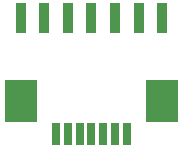
<source format=gbr>
G04 GENERATED BY PULSONIX 7.0 GERBER.DLL 4573*
%INHILLSTAR_95X60_EL_V1_0*%
%LNGERBER_SOLDERMASK_BOTTOM*%
%FSLAX33Y33*%
%IPPOS*%
%LPD*%
%OFA0B0*%
%MOMM*%
%ADD430R,0.651X1.951*%
%ADD435R,2.751X3.651*%
%ADD5681R,0.951X2.551*%
X0Y0D02*
D02*
D430*
X127028Y154837D03*
X128028D03*
X129028D03*
X130028D03*
X131028D03*
X132028D03*
X133028D03*
D02*
D435*
X124028Y157637D03*
X136028D03*
D02*
D5681*
X124028Y164637D03*
X126028D03*
X128028D03*
X130028D03*
X132028D03*
X134028D03*
X136028D03*
X0Y0D02*
M02*

</source>
